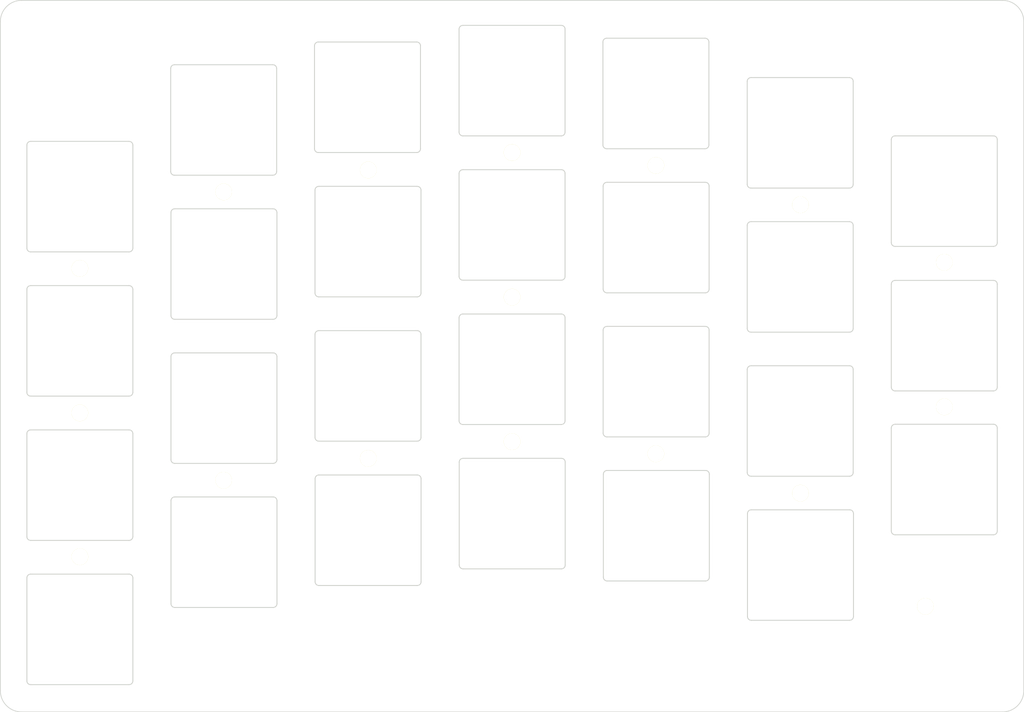
<source format=kicad_pcb>
(kicad_pcb (version 20240108) (generator "pcbnew") (generator_version "8.0")
  (title_block (title "EC23U") (date "2024-03-03") (rev "1.1") (company "LU.SV Solutions") (comment 1 "Cipulot PCB Design") (comment 2 "Cipulot") (comment 3 "CC-BY-NC-SA-4.0"))
  (layers (0 "F.Cu" signal) (31 "B.Cu" signal) (34 "B.Paste" user) (35 "F.Paste" user) (36 "B.SilkS" user "B.Silkscreen") (37 "F.SilkS" user "F.Silkscreen") (38 "B.Mask" user) (39 "F.Mask" user) (44 "Edge.Cuts" user))
  (net 0 "")
  (footprint "cipulot_parts:HOLE_M2" (layer "F.Cu") (at 156.4954 46.3158)
    (property "Reference" "H14" (hide yes))
    (property "Value" "Black_Screws" (hide yes))
    (pad "" np_thru_hole circle (at 0 0) (size 2.2 2.2) (drill 2.2) (layers "F&B.Cu" "*.Mask" "F.SilkS") (clearance 0.5))
  )
  (footprint "cipulot_parts:ecs_plate_cut_1U" (layer "F.Cu") (at 156.5154 94.0158 -90)
    (property "Reference" "SW23")
    (property "Value" "EC_SW" (hide yes))
    (fp_line (start -6.8 7) (end 6.8 7) (stroke (width 0.12)) (layer "Edge.Cuts"))
    (fp_line (start 7.3 6.5) (end 7.3 -6.5) (stroke (width 0.12)) (layer "Edge.Cuts"))
    (fp_line (start -7.3 -6.5) (end -7.3 6.5) (stroke (width 0.12)) (layer "Edge.Cuts"))
    (fp_line (start 6.8 -7) (end -6.8 -7) (stroke (width 0.12)) (layer "Edge.Cuts"))
    (fp_arc (start -6.8 7) (mid -7.153553 6.853553) (end -7.3 6.5) (stroke (width 0.12)) (layer "Edge.Cuts"))
    (fp_arc (start 7.3 6.5) (mid 7.153553 6.853553) (end 6.8 7) (stroke (width 0.12)) (layer "Edge.Cuts"))
    (fp_arc (start -7.3 -6.5) (mid -7.153553 -6.853553) (end -6.8 -7) (stroke (width 0.12)) (layer "Edge.Cuts"))
    (fp_arc (start 6.8 -7) (mid 7.153553 -6.853553) (end 7.3 -6.5) (stroke (width 0.12)) (layer "Edge.Cuts"))
  )
  (footprint "cipulot_parts:HOLE_M2" (layer "F.Cu") (at 175.4954 86.1158)
    (property "Reference" "H10" (hide yes))
    (property "Value" "Silver_Screws" (hide yes))
    (pad "" np_thru_hole circle (at 0 0) (size 2.2 2.2) (drill 2.2) (layers "F&B.Cu" "*.Mask" "F.SilkS") (clearance 0.5))
  )
  (footprint "cipulot_parts:HOLE_M2" (layer "F.Cu") (at 213.5954 79.9158)
    (property "Reference" "H11" (hide yes))
    (property "Value" "Silver_Screws" (hide yes))
    (pad "" np_thru_hole circle (at 0 0) (size 2.2 2.2) (drill 2.2) (layers "F&B.Cu" "*.Mask" "F.SilkS") (clearance 0.5))
  )
  (footprint "cipulot_parts:ecs_plate_cut_1U" (layer "F.Cu") (at 194.5954 100.8158 -90)
    (property "Reference" "SW25")
    (property "Value" "EC_SW" (hide yes))
    (fp_line (start -6.8 7) (end 6.8 7) (stroke (width 0.12)) (layer "Edge.Cuts"))
    (fp_line (start 7.3 6.5) (end 7.3 -6.5) (stroke (width 0.12)) (layer "Edge.Cuts"))
    (fp_line (start -7.3 -6.5) (end -7.3 6.5) (stroke (width 0.12)) (layer "Edge.Cuts"))
    (fp_line (start 6.8 -7) (end -6.8 -7) (stroke (width 0.12)) (layer "Edge.Cuts"))
    (fp_arc (start -6.8 7) (mid -7.153553 6.853553) (end -7.3 6.5) (stroke (width 0.12)) (layer "Edge.Cuts"))
    (fp_arc (start 7.3 6.5) (mid 7.153553 6.853553) (end 6.8 7) (stroke (width 0.12)) (layer "Edge.Cuts"))
    (fp_arc (start -7.3 -6.5) (mid -7.153553 -6.853553) (end -6.8 -7) (stroke (width 0.12)) (layer "Edge.Cuts"))
    (fp_arc (start 6.8 -7) (mid 7.153553 -6.853553) (end 7.3 -6.5) (stroke (width 0.12)) (layer "Edge.Cuts"))
  )
  (footprint "cipulot_parts:HOLE_M2" (layer "F.Cu") (at 194.5954 53.2158)
    (property "Reference" "H17" (hide yes))
    (property "Value" "Black_Screws" (hide yes))
    (pad "" np_thru_hole circle (at 0 0) (size 2.2 2.2) (drill 2.2) (layers "F&B.Cu" "*.Mask" "F.SilkS") (clearance 0.5))
  )
  (footprint "cipulot_parts:HOLE_M2" (layer "F.Cu") (at 99.3954 99.7158)
    (property "Reference" "H7" (hide yes))
    (property "Value" "Black_Screws" (hide yes))
    (pad "" np_thru_hole circle (at 0 0) (size 2.2 2.2) (drill 2.2) (layers "F&B.Cu" "*.Mask" "F.SilkS") (clearance 0.5))
  )
  (footprint "cipulot_parts:ecs_plate_cut_1U" (layer "F.Cu") (at 194.5621 43.7158 -90)
    (property "Reference" "SW7")
    (property "Value" "EC_SW" (hide yes))
    (fp_line (start -6.8 7) (end 6.8 7) (stroke (width 0.12)) (layer "Edge.Cuts"))
    (fp_line (start 7.3 6.5) (end 7.3 -6.5) (stroke (width 0.12)) (layer "Edge.Cuts"))
    (fp_line (start -7.3 -6.5) (end -7.3 6.5) (stroke (width 0.12)) (layer "Edge.Cuts"))
    (fp_line (start 6.8 -7) (end -6.8 -7) (stroke (width 0.12)) (layer "Edge.Cuts"))
    (fp_arc (start -6.8 7) (mid -7.153553 6.853553) (end -7.3 6.5) (stroke (width 0.12)) (layer "Edge.Cuts"))
    (fp_arc (start 7.3 6.5) (mid 7.153553 6.853553) (end 6.8 7) (stroke (width 0.12)) (layer "Edge.Cuts"))
    (fp_arc (start -7.3 -6.5) (mid -7.153553 -6.853553) (end -6.8 -7) (stroke (width 0.12)) (layer "Edge.Cuts"))
    (fp_arc (start 6.8 -7) (mid 7.153553 -6.853553) (end 7.3 -6.5) (stroke (width 0.12)) (layer "Edge.Cuts"))
  )
  (footprint "cipulot_parts:ecs_plate_cut_1U" (layer "F.Cu") (at 118.4287 61.0491 -90)
    (property "Reference" "SW9")
    (property "Value" "EC_SW" (hide yes))
    (fp_line (start -6.8 7) (end 6.8 7) (stroke (width 0.12)) (layer "Edge.Cuts"))
    (fp_line (start 7.3 6.5) (end 7.3 -6.5) (stroke (width 0.12)) (layer "Edge.Cuts"))
    (fp_line (start -7.3 -6.5) (end -7.3 6.5) (stroke (width 0.12)) (layer "Edge.Cuts"))
    (fp_line (start 6.8 -7) (end -6.8 -7) (stroke (width 0.12)) (layer "Edge.Cuts"))
    (fp_arc (start -6.8 7) (mid -7.153553 6.853553) (end -7.3 6.5) (stroke (width 0.12)) (layer "Edge.Cuts"))
    (fp_arc (start 7.3 6.5) (mid 7.153553 6.853553) (end 6.8 7) (stroke (width 0.12)) (layer "Edge.Cuts"))
    (fp_arc (start -7.3 -6.5) (mid -7.153553 -6.853553) (end -6.8 -7) (stroke (width 0.12)) (layer "Edge.Cuts"))
    (fp_arc (start 6.8 -7) (mid 7.153553 -6.853553) (end 7.3 -6.5) (stroke (width 0.12)) (layer "Edge.Cuts"))
  )
  (footprint "cipulot_parts:HOLE_M2" (layer "F.Cu") (at 118.3954 51.5158)
    (property "Reference" "H12" (hide yes))
    (property "Value" "Black_Screws" (hide yes))
    (pad "" np_thru_hole circle (at 0 0) (size 2.2 2.2) (drill 2.2) (layers "F&B.Cu" "*.Mask" "F.SilkS") (clearance 0.5))
  )
  (footprint "cipulot_parts:ecs_plate_cut_1U" (layer "F.Cu") (at 118.4354 99.1158 -90)
    (property "Reference" "SW21")
    (property "Value" "EC_SW" (hide yes))
    (fp_line (start -6.8 7) (end 6.8 7) (stroke (width 0.12)) (layer "Edge.Cuts"))
    (fp_line (start 7.3 6.5) (end 7.3 -6.5) (stroke (width 0.12)) (layer "Edge.Cuts"))
    (fp_line (start -7.3 -6.5) (end -7.3 6.5) (stroke (width 0.12)) (layer "Edge.Cuts"))
    (fp_line (start 6.8 -7) (end -6.8 -7) (stroke (width 0.12)) (layer "Edge.Cuts"))
    (fp_arc (start -6.8 7) (mid -7.153553 6.853553) (end -7.3 6.5) (stroke (width 0.12)) (layer "Edge.Cuts"))
    (fp_arc (start 7.3 6.5) (mid 7.153553 6.853553) (end 6.8 7) (stroke (width 0.12)) (layer "Edge.Cuts"))
    (fp_arc (start -7.3 -6.5) (mid -7.153553 -6.853553) (end -6.8 -7) (stroke (width 0.12)) (layer "Edge.Cuts"))
    (fp_arc (start 6.8 -7) (mid 7.153553 -6.853553) (end 7.3 -6.5) (stroke (width 0.12)) (layer "Edge.Cuts"))
  )
  (footprint "cipulot_parts:ecs_plate_cut_1U" (layer "F.Cu") (at 99.3954 52.1399 -90)
    (property "Reference" "SW2")
    (property "Value" "EC_SW" (hide yes))
    (fp_line (start -6.8 7) (end 6.8 7) (stroke (width 0.12)) (layer "Edge.Cuts"))
    (fp_line (start 7.3 6.5) (end 7.3 -6.5) (stroke (width 0.12)) (layer "Edge.Cuts"))
    (fp_line (start -7.3 -6.5) (end -7.3 6.5) (stroke (width 0.12)) (layer "Edge.Cuts"))
    (fp_line (start 6.8 -7) (end -6.8 -7) (stroke (width 0.12)) (layer "Edge.Cuts"))
    (fp_arc (start -6.8 7) (mid -7.153553 6.853553) (end -7.3 6.5) (stroke (width 0.12)) (layer "Edge.Cuts"))
    (fp_arc (start 7.3 6.5) (mid 7.153553 6.853553) (end 6.8 7) (stroke (width 0.12)) (layer "Edge.Cuts"))
    (fp_arc (start -7.3 -6.5) (mid -7.153553 -6.853553) (end -6.8 -7) (stroke (width 0.12)) (layer "Edge.Cuts"))
    (fp_arc (start 6.8 -7) (mid 7.153553 -6.853553) (end 7.3 -6.5) (stroke (width 0.12)) (layer "Edge.Cuts"))
  )
  (footprint "cipulot_parts:ecs_plate_cut_1U" (layer "F.Cu") (at 156.4954 55.8825 -90)
    (property "Reference" "SW11")
    (property "Value" "EC_SW" (hide yes))
    (fp_line (start -6.8 7) (end 6.8 7) (stroke (width 0.12)) (layer "Edge.Cuts"))
    (fp_line (start 7.3 6.5) (end 7.3 -6.5) (stroke (width 0.12)) (layer "Edge.Cuts"))
    (fp_line (start -7.3 -6.5) (end -7.3 6.5) (stroke (width 0.12)) (layer "Edge.Cuts"))
    (fp_line (start 6.8 -7) (end -6.8 -7) (stroke (width 0.12)) (layer "Edge.Cuts"))
    (fp_arc (start -6.8 7) (mid -7.153553 6.853553) (end -7.3 6.5) (stroke (width 0.12)) (layer "Edge.Cuts"))
    (fp_arc (start 7.3 6.5) (mid 7.153553 6.853553) (end 6.8 7) (stroke (width 0.12)) (layer "Edge.Cuts"))
    (fp_arc (start -7.3 -6.5) (mid -7.153553 -6.853553) (end -6.8 -7) (stroke (width 0.12)) (layer "Edge.Cuts"))
    (fp_arc (start 6.8 -7) (mid 7.153553 -6.853553) (end 7.3 -6.5) (stroke (width 0.12)) (layer "Edge.Cuts"))
  )
  (footprint "cipulot_parts:ecs_plate_cut_1U" (layer "F.Cu") (at 99.3954 71.1985 -90)
    (property "Reference" "SW8")
    (property "Value" "EC_SW" (hide yes))
    (fp_line (start -6.8 7) (end 6.8 7) (stroke (width 0.12)) (layer "Edge.Cuts"))
    (fp_line (start 7.3 6.5) (end 7.3 -6.5) (stroke (width 0.12)) (layer "Edge.Cuts"))
    (fp_line (start -7.3 -6.5) (end -7.3 6.5) (stroke (width 0.12)) (layer "Edge.Cuts"))
    (fp_line (start 6.8 -7) (end -6.8 -7) (stroke (width 0.12)) (layer "Edge.Cuts"))
    (fp_arc (start -6.8 7) (mid -7.153553 6.853553) (end -7.3 6.5) (stroke (width 0.12)) (layer "Edge.Cuts"))
    (fp_arc (start 7.3 6.5) (mid 7.153553 6.853553) (end 6.8 7) (stroke (width 0.12)) (layer "Edge.Cuts"))
    (fp_arc (start -7.3 -6.5) (mid -7.153553 -6.853553) (end -6.8 -7) (stroke (width 0.12)) (layer "Edge.Cuts"))
    (fp_arc (start 6.8 -7) (mid 7.153553 -6.853553) (end 7.3 -6.5) (stroke (width 0.12)) (layer "Edge.Cuts"))
  )
  (footprint "cipulot_parts:HOLE_M2" (layer "F.Cu") (at 156.4954 84.5158)
    (property "Reference" "H16" (hide yes))
    (property "Value" "Black_Screws" (hide yes))
    (pad "" np_thru_hole circle (at 0 0) (size 2.2 2.2) (drill 2.2) (layers "F&B.Cu" "*.Mask" "F.SilkS") (clearance 0.5))
  )
  (footprint "cipulot_parts:ecs_plate_cut_1U" (layer "F.Cu") (at 175.5287 57.5491 -90)
    (property "Reference" "SW12")
    (property "Value" "EC_SW" (hide yes))
    (fp_line (start -6.8 7) (end 6.8 7) (stroke (width 0.12)) (layer "Edge.Cuts"))
    (fp_line (start 7.3 6.5) (end 7.3 -6.5) (stroke (width 0.12)) (layer "Edge.Cuts"))
    (fp_line (start -7.3 -6.5) (end -7.3 6.5) (stroke (width 0.12)) (layer "Edge.Cuts"))
    (fp_line (start 6.8 -7) (end -6.8 -7) (stroke (width 0.12)) (layer "Edge.Cuts"))
    (fp_arc (start -6.8 7) (mid -7.153553 6.853553) (end -7.3 6.5) (stroke (width 0.12)) (layer "Edge.Cuts"))
    (fp_arc (start 7.3 6.5) (mid 7.153553 6.853553) (end 6.8 7) (stroke (width 0.12)) (layer "Edge.Cuts"))
    (fp_arc (start -7.3 -6.5) (mid -7.153553 -6.853553) (end -6.8 -7) (stroke (width 0.12)) (layer "Edge.Cuts"))
    (fp_arc (start 6.8 -7) (mid 7.153553 -6.853553) (end 7.3 -6.5) (stroke (width 0.12)) (layer "Edge.Cuts"))
  )
  (footprint "cipulot_parts:ecs_plate_cut_1U" (layer "F.Cu") (at 213.5954 89.5158 -90)
    (property "Reference" "SW27")
    (property "Value" "EC_SW" (hide yes))
    (fp_line (start -6.8 7) (end 6.8 7) (stroke (width 0.12)) (layer "Edge.Cuts"))
    (fp_line (start 7.3 6.5) (end 7.3 -6.5) (stroke (width 0.12)) (layer "Edge.Cuts"))
    (fp_line (start -7.3 -6.5) (end -7.3 6.5) (stroke (width 0.12)) (layer "Edge.Cuts"))
    (fp_line (start 6.8 -7) (end -6.8 -7) (stroke (width 0.12)) (layer "Edge.Cuts"))
    (fp_arc (start -6.8 7) (mid -7.153553 6.853553) (end -7.3 6.5) (stroke (width 0.12)) (layer "Edge.Cuts"))
    (fp_arc (start 7.3 6.5) (mid 7.153553 6.853553) (end 6.8 7) (stroke (width 0.12)) (layer "Edge.Cuts"))
    (fp_arc (start -7.3 -6.5) (mid -7.153553 -6.853553) (end -6.8 -7) (stroke (width 0.12)) (layer "Edge.Cuts"))
    (fp_arc (start 6.8 -7) (mid 7.153553 -6.853553) (end 7.3 -6.5) (stroke (width 0.12)) (layer "Edge.Cuts"))
  )
  (footprint "cipulot_parts:HOLE_M2" (layer "F.Cu") (at 137.4954 86.7158)
    (property "Reference" "H9" (hide yes))
    (property "Value" "Silver_Screws" (hide yes))
    (pad "" np_thru_hole circle (at 0 0) (size 2.2 2.2) (drill 2.2) (layers "F&B.Cu" "*.Mask" "F.SilkS") (clearance 0.5))
  )
  (footprint "cipulot_parts:ecs_plate_cut_1U" (layer "F.Cu") (at 156.4954 74.9491 -90)
    (property "Reference" "SW17")
    (property "Value" "EC_SW" (hide yes))
    (fp_line (start -6.8 7) (end 6.8 7) (stroke (width 0.12)) (layer "Edge.Cuts"))
    (fp_line (start 7.3 6.5) (end 7.3 -6.5) (stroke (width 0.12)) (layer "Edge.Cuts"))
    (fp_line (start -7.3 -6.5) (end -7.3 6.5) (stroke (width 0.12)) (layer "Edge.Cuts"))
    (fp_line (start 6.8 -7) (end -6.8 -7) (stroke (width 0.12)) (layer "Edge.Cuts"))
    (fp_arc (start -6.8 7) (mid -7.153553 6.853553) (end -7.3 6.5) (stroke (width 0.12)) (layer "Edge.Cuts"))
    (fp_arc (start 7.3 6.5) (mid 7.153553 6.853553) (end 6.8 7) (stroke (width 0.12)) (layer "Edge.Cuts"))
    (fp_arc (start -7.3 -6.5) (mid -7.153553 -6.853553) (end -6.8 -7) (stroke (width 0.12)) (layer "Edge.Cuts"))
    (fp_arc (start 6.8 -7) (mid 7.153553 -6.853553) (end 7.3 -6.5) (stroke (width 0.12)) (layer "Edge.Cuts"))
  )
  (footprint "cipulot_parts:HOLE_M2" (layer "F.Cu") (at 194.5954 91.3158)
    (property "Reference" "H2" (hide yes))
    (property "Value" "Black_Screws" (hide yes))
    (pad "" np_thru_hole circle (at 0 0) (size 2.2 2.2) (drill 2.2) (layers "F&B.Cu" "*.Mask" "F.SilkS") (clearance 0.5))
  )
  (footprint "cipulot_parts:ecs_plate_cut_1U" (layer "F.Cu") (at 175.5554 95.6158 -90)
    (property "Reference" "SW24")
    (property "Value" "EC_SW" (hide yes))
    (fp_line (start -6.8 7) (end 6.8 7) (stroke (width 0.12)) (layer "Edge.Cuts"))
    (fp_line (start 7.3 6.5) (end 7.3 -6.5) (stroke (width 0.12)) (layer "Edge.Cuts"))
    (fp_line (start -7.3 -6.5) (end -7.3 6.5) (stroke (width 0.12)) (layer "Edge.Cuts"))
    (fp_line (start 6.8 -7) (end -6.8 -7) (stroke (width 0.12)) (layer "Edge.Cuts"))
    (fp_arc (start -6.8 7) (mid -7.153553 6.853553) (end -7.3 6.5) (stroke (width 0.12)) (layer "Edge.Cuts"))
    (fp_arc (start 7.3 6.5) (mid 7.153553 6.853553) (end 6.8 7) (stroke (width 0.12)) (layer "Edge.Cuts"))
    (fp_arc (start -7.3 -6.5) (mid -7.153553 -6.853553) (end -6.8 -7) (stroke (width 0.12)) (layer "Edge.Cuts"))
    (fp_arc (start 6.8 -7) (mid 7.153553 -6.853553) (end 7.3 -6.5) (stroke (width 0.12)) (layer "Edge.Cuts"))
  )
  (footprint "cipulot_parts:ecs_plate_cut_1U" (layer "F.Cu") (at 99.3954 109.3158 -90)
    (property "Reference" "SW20")
    (property "Value" "EC_SW" (hide yes))
    (fp_line (start -6.8 7) (end 6.8 7) (stroke (width 0.12)) (layer "Edge.Cuts"))
    (fp_line (start 7.3 6.5) (end 7.3 -6.5) (stroke (width 0.12)) (layer "Edge.Cuts"))
    (fp_line (start -7.3 -6.5) (end -7.3 6.5) (stroke (width 0.12)) (layer "Edge.Cuts"))
    (fp_line (start 6.8 -7) (end -6.8 -7) (stroke (width 0.12)) (layer "Edge.Cuts"))
    (fp_arc (start -6.8 7) (mid -7.153553 6.853553) (end -7.3 6.5) (stroke (width 0.12)) (layer "Edge.Cuts"))
    (fp_arc (start 7.3 6.5) (mid 7.153553 6.853553) (end 6.8 7) (stroke (width 0.12)) (layer "Edge.Cuts"))
    (fp_arc (start -7.3 -6.5) (mid -7.153553 -6.853553) (end -6.8 -7) (stroke (width 0.12)) (layer "Edge.Cuts"))
    (fp_arc (start 6.8 -7) (mid 7.153553 -6.853553) (end 7.3 -6.5) (stroke (width 0.12)) (layer "Edge.Cuts"))
  )
  (footprint "cipulot_parts:ecs_plate_cut_1U" (layer "F.Cu") (at 175.4954 38.5158 -90)
    (property "Reference" "SW6")
    (property "Value" "EC_SW" (hide yes))
    (fp_line (start -6.8 7) (end 6.8 7) (stroke (width 0.12)) (layer "Edge.Cuts"))
    (fp_line (start 7.3 6.5) (end 7.3 -6.5) (stroke (width 0.12)) (layer "Edge.Cuts"))
    (fp_line (start -7.3 -6.5) (end -7.3 6.5) (stroke (width 0.12)) (layer "Edge.Cuts"))
    (fp_line (start 6.8 -7) (end -6.8 -7) (stroke (width 0.12)) (layer "Edge.Cuts"))
    (fp_arc (start -6.8 7) (mid -7.153553 6.853553) (end -7.3 6.5) (stroke (width 0.12)) (layer "Edge.Cuts"))
    (fp_arc (start 7.3 6.5) (mid 7.153553 6.853553) (end 6.8 7) (stroke (width 0.12)) (layer "Edge.Cuts"))
    (fp_arc (start -7.3 -6.5) (mid -7.153553 -6.853553) (end -6.8 -7) (stroke (width 0.12)) (layer "Edge.Cuts"))
    (fp_arc (start 6.8 -7) (mid 7.153553 -6.853553) (end 7.3 -6.5) (stroke (width 0.12)) (layer "Edge.Cuts"))
  )
  (footprint "cipulot_parts:ecs_plate_cut_1U" (layer "F.Cu") (at 156.4954 36.8158 -90)
    (property "Reference" "SW5")
    (property "Value" "EC_SW" (hide yes))
    (fp_line (start -6.8 7) (end 6.8 7) (stroke (width 0.12)) (layer "Edge.Cuts"))
    (fp_line (start 7.3 6.5) (end 7.3 -6.5) (stroke (width 0.12)) (layer "Edge.Cuts"))
    (fp_line (start -7.3 -6.5) (end -7.3 6.5) (stroke (width 0.12)) (layer "Edge.Cuts"))
    (fp_line (start 6.8 -7) (end -6.8 -7) (stroke (width 0.12)) (layer "Edge.Cuts"))
    (fp_arc (start -6.8 7) (mid -7.153553 6.853553) (end -7.3 6.5) (stroke (width 0.12)) (layer "Edge.Cuts"))
    (fp_arc (start 7.3 6.5) (mid 7.153553 6.853553) (end 6.8 7) (stroke (width 0.12)) (layer "Edge.Cuts"))
    (fp_arc (start -7.3 -6.5) (mid -7.153553 -6.853553) (end -6.8 -7) (stroke (width 0.12)) (layer "Edge.Cuts"))
    (fp_arc (start 6.8 -7) (mid 7.153553 -6.853553) (end 7.3 -6.5) (stroke (width 0.12)) (layer "Edge.Cuts"))
  )
  (footprint "cipulot_parts:ecs_plate_cut_1U" (layer "F.Cu") (at 118.3954 42.0158 -90)
    (property "Reference" "SW3")
    (property "Value" "EC_SW" (hide yes))
    (fp_line (start -6.8 7) (end 6.8 7) (stroke (width 0.12)) (layer "Edge.Cuts"))
    (fp_line (start 7.3 6.5) (end 7.3 -6.5) (stroke (width 0.12)) (layer "Edge.Cuts"))
    (fp_line (start -7.3 -6.5) (end -7.3 6.5) (stroke (width 0.12)) (layer "Edge.Cuts"))
    (fp_line (start 6.8 -7) (end -6.8 -7) (stroke (width 0.12)) (layer "Edge.Cuts"))
    (fp_arc (start -6.8 7) (mid -7.153553 6.853553) (end -7.3 6.5) (stroke (width 0.12)) (layer "Edge.Cuts"))
    (fp_arc (start 7.3 6.5) (mid 7.153553 6.853553) (end 6.8 7) (stroke (width 0.12)) (layer "Edge.Cuts"))
    (fp_arc (start -7.3 -6.5) (mid -7.153553 -6.853553) (end -6.8 -7) (stroke (width 0.12)) (layer "Edge.Cuts"))
    (fp_arc (start 6.8 -7) (mid 7.153553 -6.853553) (end 7.3 -6.5) (stroke (width 0.12)) (layer "Edge.Cuts"))
  )
  (footprint "cipulot_parts:HOLE_M2" (layer "F.Cu") (at 99.3954 61.6158)
    (property "Reference" "H1" (hide yes))
    (property "Value" "Black_Screws" (hide yes))
    (pad "" np_thru_hole circle (at 0 0) (size 2.2 2.2) (drill 2.2) (layers "F&B.Cu" "*.Mask" "F.SilkS") (clearance 0.5))
  )
  (footprint "cipulot_parts:ecs_plate_cut_1U" (layer "F.Cu") (at 137.3954 39.0158 -90)
    (property "Reference" "SW4")
    (property "Value" "EC_SW" (hide yes))
    (fp_line (start -6.8 7) (end 6.8 7) (stroke (width 0.12)) (layer "Edge.Cuts"))
    (fp_line (start 7.3 6.5) (end 7.3 -6.5) (stroke (width 0.12)) (layer "Edge.Cuts"))
    (fp_line (start -7.3 -6.5) (end -7.3 6.5) (stroke (width 0.12)) (layer "Edge.Cuts"))
    (fp_line (start 6.8 -7) (end -6.8 -7) (stroke (width 0.12)) (layer "Edge.Cuts"))
    (fp_arc (start -6.8 7) (mid -7.153553 6.853553) (end -7.3 6.5) (stroke (width 0.12)) (layer "Edge.Cuts"))
    (fp_arc (start 7.3 6.5) (mid 7.153553 6.853553) (end 6.8 7) (stroke (width 0.12)) (layer "Edge.Cuts"))
    (fp_arc (start -7.3 -6.5) (mid -7.153553 -6.853553) (end -6.8 -7) (stroke (width 0.12)) (layer "Edge.Cuts"))
    (fp_arc (start 6.8 -7) (mid 7.153553 -6.853553) (end 7.3 -6.5) (stroke (width 0.12)) (layer "Edge.Cuts"))
  )
  (footprint "cipulot_parts:HOLE_M2" (layer "F.Cu") (at 118.3954 89.6158)
    (property "Reference" "H13" (hide yes))
    (property "Value" "Black_Screws" (hide yes))
    (pad "" np_thru_hole circle (at 0 0) (size 2.2 2.2) (drill 2.2) (layers "F&B.Cu" "*.Mask" "F.SilkS") (clearance 0.5))
  )
  (footprint "cipulot_parts:HOLE_M2" (layer "F.Cu") (at 211.0954 106.2658)
    (property "Reference" "H3" (hide yes))
    (property "Value" "Plate_Shield" (hide yes))
    (pad "" np_thru_hole circle (at 0 0) (size 2.2 2.2) (drill 2.2) (layers "F&B.Cu" "*.Mask" "F.SilkS") (clearance 0.5))
  )
  (footprint "cipulot_parts:HOLE_M2" (layer "F.Cu") (at 175.4954 48.0158)
    (property "Reference" "H5" (hide yes))
    (property "Value" "Black_Screws" (hide yes))
    (pad "" np_thru_hole circle (at 0 0) (size 2.2 2.2) (drill 2.2) (layers "F&B.Cu" "*.Mask" "F.SilkS") (clearance 0.5))
  )
  (footprint "cipulot_parts:ecs_plate_cut_1U" (layer "F.Cu") (at 175.5287 76.5825 -90)
    (property "Reference" "SW18")
    (property "Value" "EC_SW" (hide yes))
    (fp_line (start -6.8 7) (end 6.8 7) (stroke (width 0.12)) (layer "Edge.Cuts"))
    (fp_line (start 7.3 6.5) (end 7.3 -6.5) (stroke (width 0.12)) (layer "Edge.Cuts"))
    (fp_line (start -7.3 -6.5) (end -7.3 6.5) (stroke (width 0.12)) (layer "Edge.Cuts"))
    (fp_line (start 6.8 -7) (end -6.8 -7) (stroke (width 0.12)) (layer "Edge.Cuts"))
    (fp_arc (start -6.8 7) (mid -7.153553 6.853553) (end -7.3 6.5) (stroke (width 0.12)) (layer "Edge.Cuts"))
    (fp_arc (start 7.3 6.5) (mid 7.153553 6.853553) (end 6.8 7) (stroke (width 0.12)) (layer "Edge.Cuts"))
    (fp_arc (start -7.3 -6.5) (mid -7.153553 -6.853553) (end -6.8 -7) (stroke (width 0.12)) (layer "Edge.Cuts"))
    (fp_arc (start 6.8 -7) (mid 7.153553 -6.853553) (end 7.3 -6.5) (stroke (width 0.12)) (layer "Edge.Cuts"))
  )
  (footprint "cipulot_parts:ecs_plate_cut_1U" (layer "F.Cu") (at 194.5621 62.7491 -90)
    (property "Reference" "SW13")
    (property "Value" "EC_SW" (hide yes))
    (fp_line (start -6.8 7) (end 6.8 7) (stroke (width 0.12)) (layer "Edge.Cuts"))
    (fp_line (start 7.3 6.5) (end 7.3 -6.5) (stroke (width 0.12)) (layer "Edge.Cuts"))
    (fp_line (start -7.3 -6.5) (end -7.3 6.5) (stroke (width 0.12)) (layer "Edge.Cuts"))
    (fp_line (start 6.8 -7) (end -6.8 -7) (stroke (width 0.12)) (layer "Edge.Cuts"))
    (fp_arc (start -6.8 7) (mid -7.153553 6.853553) (end -7.3 6.5) (stroke (width 0.12)) (layer "Edge.Cuts"))
    (fp_arc (start 7.3 6.5) (mid 7.153553 6.853553) (end 6.8 7) (stroke (width 0.12)) (layer "Edge.Cuts"))
    (fp_arc (start -7.3 -6.5) (mid -7.153553 -6.853553) (end -6.8 -7) (stroke (width 0.12)) (layer "Edge.Cuts"))
    (fp_arc (start 6.8 -7) (mid 7.153553 -6.853553) (end 7.3 -6.5) (stroke (width 0.12)) (layer "Edge.Cuts"))
  )
  (footprint "cipulot_parts:HOLE_M2" (layer "F.Cu") (at 156.4954 65.4158)
    (property "Reference" "H15" (hide yes))
    (property "Value" "Black_Screws" (hide yes))
    (pad "" np_thru_hole circle (at 0 0) (size 2.2 2.2) (drill 2.2) (layers "F&B.Cu" "*.Mask" "F.SilkS") (clearance 0.5))
  )
  (footprint "cipulot_parts:ecs_plate_cut_1U" (layer "F.Cu") (at 213.5954 70.5076 -90)
    (property "Reference" "SW28")
    (property "Value" "EC_SW" (hide yes))
    (fp_line (start -6.8 7) (end 6.8 7) (stroke (width 0.12)) (layer "Edge.Cuts"))
    (fp_line (start 7.3 6.5) (end 7.3 -6.5) (stroke (width 0.12)) (layer "Edge.Cuts"))
    (fp_line (start -7.3 -6.5) (end -7.3 6.5) (stroke (width 0.12)) (layer "Edge.Cuts"))
    (fp_line (start 6.8 -7) (end -6.8 -7) (stroke (width 0.12)) (layer "Edge.Cuts"))
    (fp_arc (start -6.8 7) (mid -7.153553 6.853553) (end -7.3 6.5) (stroke (width 0.12)) (layer "Edge.Cuts"))
    (fp_arc (start 7.3 6.5) (mid 7.153553 6.853553) (end 6.8 7) (stroke (width 0.12)) (layer "Edge.Cuts"))
    (fp_arc (start -7.3 -6.5) (mid -7.153553 -6.853553) (end -6.8 -7) (stroke (width 0.12)) (layer "Edge.Cuts"))
    (fp_arc (start 6.8 -7) (mid 7.153553 -6.853553) (end 7.3 -6.5) (stroke (width 0.12)) (layer "Edge.Cuts"))
  )
  (footprint "cipulot_parts:ecs_plate_cut_1U" (layer "F.Cu") (at 194.5621 81.7825 -90)
    (property "Reference" "SW19")
    (property "Value" "EC_SW" (hide yes))
    (fp_line (start -6.8 7) (end 6.8 7) (stroke (width 0.12)) (layer "Edge.Cuts"))
    (fp_line (start 7.3 6.5) (end 7.3 -6.5) (stroke (width 0.12)) (layer "Edge.Cuts"))
    (fp_line (start -7.3 -6.5) (end -7.3 6.5) (stroke (width 0.12)) (layer "Edge.Cuts"))
    (fp_line (start 6.8 -7) (end -6.8 -7) (stroke (width 0.12)) (layer "Edge.Cuts"))
    (fp_arc (start -6.8 7) (mid -7.153553 6.853553) (end -7.3 6.5) (stroke (width 0.12)) (layer "Edge.Cuts"))
    (fp_arc (start 7.3 6.5) (mid 7.153553 6.853553) (end 6.8 7) (stroke (width 0.12)) (layer "Edge.Cuts"))
    (fp_arc (start -7.3 -6.5) (mid -7.153553 -6.853553) (end -6.8 -7) (stroke (width 0.12)) (layer "Edge.Cuts"))
    (fp_arc (start 6.8 -7) (mid 7.153553 -6.853553) (end 7.3 -6.5) (stroke (width 0.12)) (layer "Edge.Cuts"))
  )
  (footprint "cipulot_parts:ecs_plate_cut_1U" (layer "F.Cu") (at 137.4621 77.1491 -90)
    (property "Reference" "SW16")
    (property "Value" "EC_SW" (hide yes))
    (fp_line (start -6.8 7) (end 6.8 7) (stroke (width 0.12)) (layer "Edge.Cuts"))
    (fp_line (start 7.3 6.5) (end 7.3 -6.5) (stroke (width 0.12)) (layer "Edge.Cuts"))
    (fp_line (start -7.3 -6.5) (end -7.3 6.5) (stroke (width 0.12)) (layer "Edge.Cuts"))
    (fp_line (start 6.8 -7) (end -6.8 -7) (stroke (width 0.12)) (layer "Edge.Cuts"))
    (fp_arc (start -6.8 7) (mid -7.153553 6.853553) (end -7.3 6.5) (stroke (width 0.12)) (layer "Edge.Cuts"))
    (fp_arc (start 7.3 6.5) (mid 7.153553 6.853553) (end 6.8 7) (stroke (width 0.12)) (layer "Edge.Cuts"))
    (fp_arc (start -7.3 -6.5) (mid -7.153553 -6.853553) (end -6.8 -7) (stroke (width 0.12)) (layer "Edge.Cuts"))
    (fp_arc (start 6.8 -7) (mid 7.153553 -6.853553) (end 7.3 -6.5) (stroke (width 0.12)) (layer "Edge.Cuts"))
  )
  (footprint "cipulot_parts:ecs_plate_cut_1U" (layer "F.Cu") (at 118.4287 80.0825 -90)
    (property "Reference" "SW15")
    (property "Value" "EC_SW" (hide yes))
    (fp_line (start -6.8 7) (end 6.8 7) (stroke (width 0.12)) (layer "Edge.Cuts"))
    (fp_line (start 7.3 6.5) (end 7.3 -6.5) (stroke (width 0.12)) (layer "Edge.Cuts"))
    (fp_line (start -7.3 -6.5) (end -7.3 6.5) (stroke (width 0.12)) (layer "Edge.Cuts"))
    (fp_line (start 6.8 -7) (end -6.8 -7) (stroke (width 0.12)) (layer "Edge.Cuts"))
    (fp_arc (start -6.8 7) (mid -7.153553 6.853553) (end -7.3 6.5) (stroke (width 0.12)) (layer "Edge.Cuts"))
    (fp_arc (start 7.3 6.5) (mid 7.153553 6.853553) (end 6.8 7) (stroke (width 0.12)) (layer "Edge.Cuts"))
    (fp_arc (start -7.3 -6.5) (mid -7.153553 -6.853553) (end -6.8 -7) (stroke (width 0.12)) (layer "Edge.Cuts"))
    (fp_arc (start 6.8 -7) (mid 7.153553 -6.853553) (end 7.3 -6.5) (stroke (width 0.12)) (layer "Edge.Cuts"))
  )
  (footprint "cipulot_parts:ecs_plate_cut_1U" (layer "F.Cu") (at 137.4621 58.0825 -90)
    (property "Reference" "SW10")
    (property "Value" "EC_SW" (hide yes))
    (fp_line (start -6.8 7) (end 6.8 7) (stroke (width 0.12)) (layer "Edge.Cuts"))
    (fp_line (start 7.3 6.5) (end 7.3 -6.5) (stroke (width 0.12)) (layer "Edge.Cuts"))
    (fp_line (start -7.3 -6.5) (end -7.3 6.5) (stroke (width 0.12)) (layer "Edge.Cuts"))
    (fp_line (start 6.8 -7) (end -6.8 -7) (stroke (width 0.12)) (layer "Edge.Cuts"))
    (fp_arc (start -6.8 7) (mid -7.153553 6.853553) (end -7.3 6.5) (stroke (width 0.12)) (layer "Edge.Cuts"))
    (fp_arc (start 7.3 6.5) (mid 7.153553 6.853553) (end 6.8 7) (stroke (width 0.12)) (layer "Edge.Cuts"))
    (fp_arc (start -7.3 -6.5) (mid -7.153553 -6.853553) (end -6.8 -7) (stroke (width 0.12)) (layer "Edge.Cuts"))
    (fp_arc (start 6.8 -7) (mid 7.153553 -6.853553) (end 7.3 -6.5) (stroke (width 0.12)) (layer "Edge.Cuts"))
  )
  (footprint "cipulot_parts:ecs_plate_cut_1U" (layer "F.Cu") (at 137.4754 96.2158 -90)
    (property "Reference" "SW22")
    (property "Value" "EC_SW" (hide yes))
    (fp_line (start -6.8 7) (end 6.8 7) (stroke (width 0.12)) (layer "Edge.Cuts"))
    (fp_line (start 7.3 6.5) (end 7.3 -6.5) (stroke (width 0.12)) (layer "Edge.Cuts"))
    (fp_line (start -7.3 -6.5) (end -7.3 6.5) (stroke (width 0.12)) (layer "Edge.Cuts"))
    (fp_line (start 6.8 -7) (end -6.8 -7) (stroke (width 0.12)) (layer "Edge.Cuts"))
    (fp_arc (start -6.8 7) (mid -7.153553 6.853553) (end -7.3 6.5) (stroke (width 0.12)) (layer "Edge.Cuts"))
    (fp_arc (start 7.3 6.5) (mid 7.153553 6.853553) (end 6.8 7) (stroke (width 0.12)) (layer "Edge.Cuts"))
    (fp_arc (start -7.3 -6.5) (mid -7.153553 -6.853553) (end -6.8 -7) (stroke (width 0.12)) (layer "Edge.Cuts"))
    (fp_arc (start 6.8 -7) (mid 7.153553 -6.853553) (end 7.3 -6.5) (stroke (width 0.12)) (layer "Edge.Cuts"))
  )
  (footprint "cipulot_parts:HOLE_M2" (layer "F.Cu") (at 99.3954 80.7158)
    (property "Reference" "H8" (hide yes))
    (property "Value" "Black_Screws" (hide yes))
    (pad "" np_thru_hole circle (at 0 0) (size 2.2 2.2) (drill 2.2) (layers "F&B.Cu" "*.Mask" "F.SilkS") (clearance 0.5))
  )
  (footprint "cipulot_parts:HOLE_M2" (layer "F.Cu") (at 137.4954 48.6158)
    (property "Reference" "H4" (hide yes))
    (property "Value" "Black_Screws" (hide yes))
    (pad "" np_thru_hole circle (at 0 0) (size 2.2 2.2) (drill 2.2) (layers "F&B.Cu" "*.Mask" "F.SilkS") (clearance 0.5))
  )
  (footprint "cipulot_parts:HOLE_M2" (layer "F.Cu") (at 213.5954 60.8158)
    (property "Reference" "H6" (hide yes))
    (property "Value" "Black_Screws" (hide yes))
    (pad "" np_thru_hole circle (at 0 0) (size 2.2 2.2) (drill 2.2) (layers "F&B.Cu" "*.Mask" "F.SilkS") (clearance 0.5))
  )
  (footprint "cipulot_parts:ecs_plate_cut_1U" (layer "F.Cu") (at 99.3954 90.2575 90)
    (property "Reference" "SW14")
    (property "Value" "EC_SW" (hide yes))
    (fp_line (start 6.8 -7) (end -6.8 -7) (stroke (width 0.12)) (layer "Edge.Cuts"))
    (fp_line (start -7.3 -6.5) (end -7.3 6.5) (stroke (width 0.12)) (layer "Edge.Cuts"))
    (fp_line (start 7.3 6.5) (end 7.3 -6.5) (stroke (width 0.12)) (layer "Edge.Cuts"))
    (fp_line (start -6.8 7) (end 6.8 7) (stroke (width 0.12)) (layer "Edge.Cuts"))
    (fp_arc (start 6.8 -7) (mid 7.153553 -6.853553) (end 7.3 -6.5) (stroke (width 0.12)) (layer "Edge.Cuts"))
    (fp_arc (start -7.3 -6.5) (mid -7.153553 -6.853553) (end -6.8 -7) (stroke (width 0.12)) (layer "Edge.Cuts"))
    (fp_arc (start 7.3 6.5) (mid 7.153553 6.853553) (end 6.8 7) (stroke (width 0.12)) (layer "Edge.Cuts"))
    (fp_arc (start -6.8 7) (mid -7.153553 6.853553) (end -7.3 6.5) (stroke (width 0.12)) (layer "Edge.Cuts"))
  )
  (footprint "cipulot_parts:ecs_plate_cut_1U" (layer "F.Cu") (at 213.5954 51.4158 -90)
    (property "Reference" "SW26")
    (property "Value" "EC_SW" (hide yes))
    (fp_line (start -6.8 7) (end 6.8 7) (stroke (width 0.12)) (layer "Edge.Cuts"))
    (fp_line (start 7.3 6.5) (end 7.3 -6.5) (stroke (width 0.12)) (layer "Edge.Cuts"))
    (fp_line (start -7.3 -6.5) (end -7.3 6.5) (stroke (width 0.12)) (layer "Edge.Cuts"))
    (fp_line (start 6.8 -7) (end -6.8 -7) (stroke (width 0.12)) (layer "Edge.Cuts"))
    (fp_arc (start -6.8 7) (mid -7.153553 6.853553) (end -7.3 6.5) (stroke (width 0.12)) (layer "Edge.Cuts"))
    (fp_arc (start 7.3 6.5) (mid 7.153553 6.853553) (end 6.8 7) (stroke (width 0.12)) (layer "Edge.Cuts"))
    (fp_arc (start -7.3 -6.5) (mid -7.153553 -6.853553) (end -6.8 -7) (stroke (width 0.12)) (layer "Edge.Cuts"))
    (fp_arc (start 6.8 -7) (mid 7.153553 -6.853553) (end 7.3 -6.5) (stroke (width 0.12)) (layer "Edge.Cuts"))
  )
  (gr_line (start 224.0954 29.0158) (end 224.0954 117.4158) (stroke (width 0.1)) (layer "Edge.Cuts"))
  (gr_line (start 91.6954 26.2158) (end 221.2954 26.2158) (stroke (width 0.1)) (layer "Edge.Cuts"))
  (gr_line (start 88.8954 117.4158) (end 88.8954 29.0158) (stroke (width 0.1)) (layer "Edge.Cuts"))
  (gr_line (start 221.2954 120.2158) (end 91.6954 120.2158) (stroke (width 0.1)) (layer "Edge.Cuts"))
  (gr_arc (start 221.2954 26.2158) (mid 223.275299 27.035901) (end 224.0954 29.0158) (stroke (width 0.1)) (layer "Edge.Cuts"))
  (gr_arc (start 224.0954 117.4158) (mid 223.275299 119.395699) (end 221.2954 120.2158) (stroke (width 0.1)) (layer "Edge.Cuts"))
  (gr_arc (start 88.8954 29.0158) (mid 89.715501 27.035901) (end 91.6954 26.2158) (stroke (width 0.1)) (layer "Edge.Cuts"))
  (gr_arc (start 91.6954 120.2158) (mid 89.715501 119.395699) (end 88.8954 117.4158) (stroke (width 0.1)) (layer "Edge.Cuts"))
)
</source>
